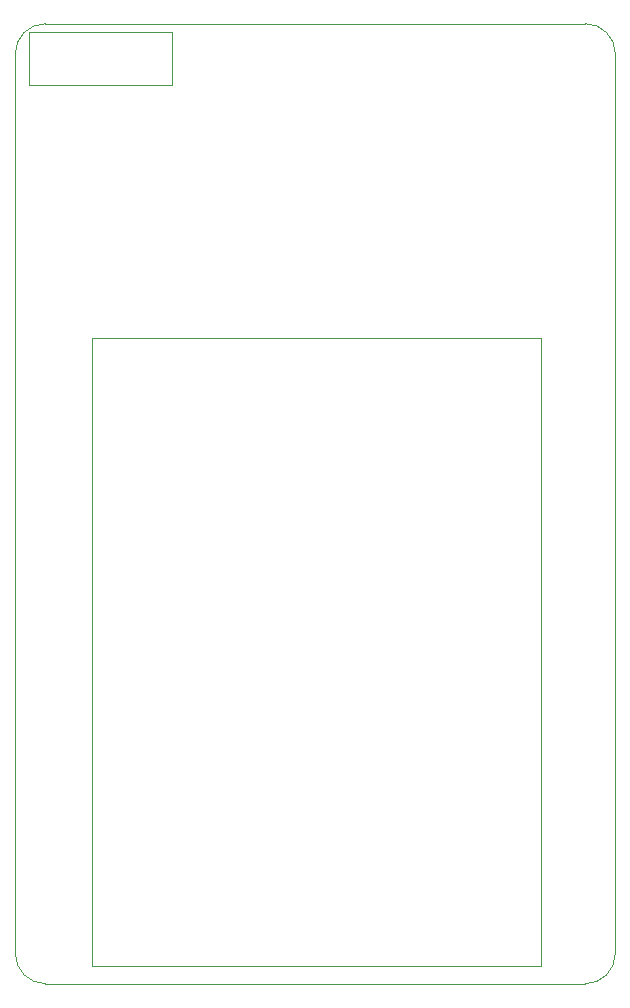
<source format=gbr>
%TF.GenerationSoftware,KiCad,Pcbnew,(6.0.0-0)*%
%TF.CreationDate,2022-02-15T20:26:30+01:00*%
%TF.ProjectId,burrboard,62757272-626f-4617-9264-2e6b69636164,v3.0*%
%TF.SameCoordinates,Original*%
%TF.FileFunction,Other,User*%
%FSLAX46Y46*%
G04 Gerber Fmt 4.6, Leading zero omitted, Abs format (unit mm)*
G04 Created by KiCad (PCBNEW (6.0.0-0)) date 2022-02-15 20:26:30*
%MOMM*%
%LPD*%
G01*
G04 APERTURE LIST*
%TA.AperFunction,Profile*%
%ADD10C,0.050000*%
%TD*%
%ADD11C,0.050000*%
G04 APERTURE END LIST*
D10*
X178892200Y-64566800D02*
X178892200Y-140766800D01*
X229692200Y-64566800D02*
G75*
G03*
X227152200Y-62026800I-2540001J-1D01*
G01*
X181432200Y-143306800D02*
X227152200Y-143306800D01*
X227152200Y-62026800D02*
X181432200Y-62026800D01*
X229692200Y-140766800D02*
X229692200Y-64566800D01*
X227152200Y-143306800D02*
G75*
G03*
X229692200Y-140766800I-1J2540001D01*
G01*
X178892200Y-140766800D02*
G75*
G03*
X181432200Y-143306800I2540001J1D01*
G01*
X181432200Y-62026800D02*
G75*
G03*
X178892200Y-64566800I1J-2540001D01*
G01*
D11*
%TO.C,BT1*%
X185358200Y-88676200D02*
X223358200Y-88676200D01*
X185358200Y-141806200D02*
X223358200Y-141806200D01*
X223358200Y-88676200D02*
X223358200Y-141806200D01*
X185358200Y-88676200D02*
X185358200Y-141806200D01*
%TO.C,S3*%
X192138000Y-67240000D02*
X180038000Y-67240000D01*
X192138000Y-67240000D02*
X192138000Y-62740000D01*
X180038000Y-67240000D02*
X180038000Y-62740000D01*
X192138000Y-62740000D02*
X180038000Y-62740000D01*
%TD*%
M02*

</source>
